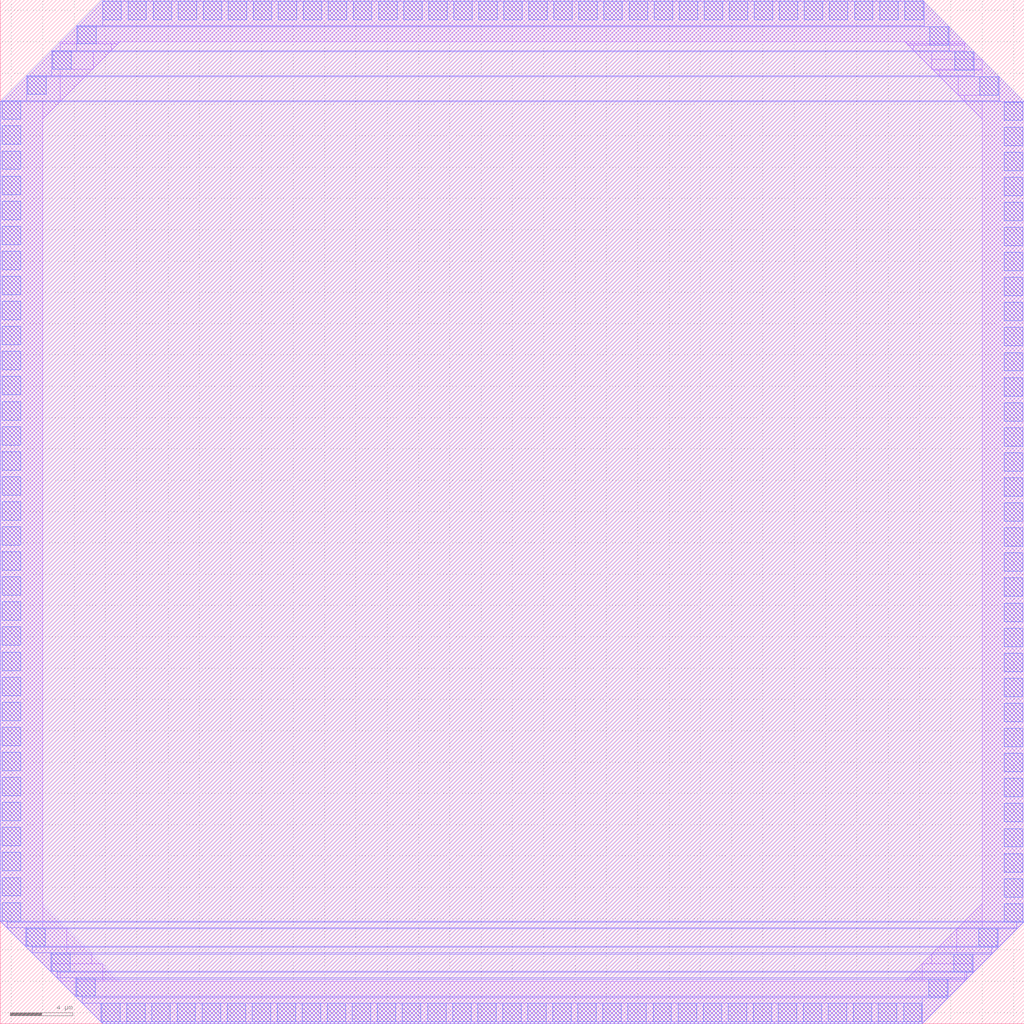
<source format=lef>
# Copyright 2020 The SkyWater PDK Authors
#
# Licensed under the Apache License, Version 2.0 (the "License");
# you may not use this file except in compliance with the License.
# You may obtain a copy of the License at
#
#     https://www.apache.org/licenses/LICENSE-2.0
#
# Unless required by applicable law or agreed to in writing, software
# distributed under the License is distributed on an "AS IS" BASIS,
# WITHOUT WARRANTIES OR CONDITIONS OF ANY KIND, either express or implied.
# See the License for the specific language governing permissions and
# limitations under the License.
#
# SPDX-License-Identifier: Apache-2.0

VERSION 5.7 ;
  NOWIREEXTENSIONATPIN ON ;
  DIVIDERCHAR "/" ;
  BUSBITCHARS "[]" ;
MACRO sky130_fd_pr__padplhp__example_179573804
  CLASS BLOCK ;
  FOREIGN sky130_fd_pr__padplhp__example_179573804 ;
  ORIGIN  2.700000  2.700000 ;
  SIZE  65.40000 BY  65.40000 ;
  OBS
    LAYER met4 ;
      POLYGON -2.700000  3.830000 -2.280000  3.830000 -2.280000  3.410000 ;
      POLYGON -2.690000 56.180000 -2.690000 56.170000 -2.700000 56.170000 ;
      POLYGON -2.645000 56.225000 -2.645000 56.180000 -2.690000 56.180000 ;
      POLYGON -2.280000  3.410000 -1.100000  3.410000 -1.100000  2.230000 ;
      POLYGON -1.100000  2.230000 -0.680000  2.230000 -0.680000  1.810000 ;
      POLYGON -1.030000 57.840000 -1.030000 56.225000 -2.645000 56.225000 ;
      POLYGON -0.680000  1.810000  0.500000  1.810000  0.500000  0.630000 ;
      POLYGON  0.000000  4.950000  1.540000  3.410000  0.000000  3.410000 ;
      POLYGON  0.000000 56.180000  1.130000 56.180000  0.000000 55.050000 ;
      POLYGON  0.500000  0.630000  1.130000  0.630000  1.130000  0.000000 ;
      POLYGON  0.570000 59.440000  0.570000 57.840000 -1.030000 57.840000 ;
      POLYGON  1.130000  0.000000  2.100000  0.000000  2.100000 -0.970000 ;
      POLYGON  1.130000 58.260000  3.210000 58.260000  1.130000 56.180000 ;
      POLYGON  1.130000 60.000000  1.130000 59.440000  0.570000 59.440000 ;
      POLYGON  1.540000  3.410000  3.140000  1.810000  1.540000  1.810000 ;
      POLYGON  2.100000 -0.970000  2.530000 -0.970000  2.530000 -1.400000 ;
      POLYGON  2.170000 61.040000  2.170000 60.000000  1.130000 60.000000 ;
      POLYGON  2.530000 -1.400000  3.710000 -1.400000  3.710000 -2.580000 ;
      POLYGON  3.140000  1.810000  3.820000  1.130000  3.140000  1.130000 ;
      POLYGON  3.210000 59.440000  4.390000 59.440000  3.210000 58.260000 ;
      POLYGON  3.710000 -2.580000  3.830000 -2.580000  3.830000 -2.700000 ;
      POLYGON  3.820000  1.130000  4.950000  0.000000  3.820000  0.000000 ;
      POLYGON  3.830000 62.700000  3.830000 61.040000  2.170000 61.040000 ;
      POLYGON  4.390000 59.860000  4.810000 59.860000  4.390000 59.440000 ;
      POLYGON  4.810000 60.000000  4.950000 60.000000  4.810000 59.860000 ;
      POLYGON 55.050000 60.000000 55.190000 60.000000 55.190000 59.860000 ;
      POLYGON 55.190000 59.860000 55.260000 59.860000 55.260000 59.790000 ;
      POLYGON 55.260000 59.790000 55.610000 59.790000 55.610000 59.440000 ;
      POLYGON 55.610000 59.440000 55.680000 59.440000 55.680000 59.370000 ;
      POLYGON 55.680000 59.370000 56.790000 59.370000 56.790000 58.260000 ;
      POLYGON 56.170000 -1.040000 57.830000 -1.040000 56.170000 -2.700000 ;
      POLYGON 56.170000 62.700000 56.290000 62.580000 56.170000 62.580000 ;
      POLYGON 56.180000  1.130000 56.180000  0.000000 55.050000  0.000000 ;
      POLYGON 56.290000 62.580000 57.900000 60.970000 56.290000 60.970000 ;
      POLYGON 56.790000  1.740000 56.790000  1.130000 56.180000  1.130000 ;
      POLYGON 56.790000 58.260000 56.860000 58.260000 56.860000 58.190000 ;
      POLYGON 56.860000  1.810000 56.860000  1.740000 56.790000  1.740000 ;
      POLYGON 56.860000 58.190000 57.280000 58.190000 57.280000 57.770000 ;
      POLYGON 57.280000 57.770000 58.460000 57.770000 58.460000 56.590000 ;
      POLYGON 57.830000  0.000000 58.870000  0.000000 57.830000 -1.040000 ;
      POLYGON 57.900000 60.970000 58.870000 60.000000 57.900000 60.000000 ;
      POLYGON 58.390000  3.340000 58.390000  1.810000 56.860000  1.810000 ;
      POLYGON 58.460000  3.410000 58.460000  3.340000 58.390000  3.340000 ;
      POLYGON 58.460000 56.590000 58.870000 56.590000 58.870000 56.180000 ;
      POLYGON 58.870000  0.560000 59.430000  0.560000 58.870000  0.000000 ;
      POLYGON 58.870000 56.180000 60.000000 56.180000 60.000000 55.050000 ;
      POLYGON 58.870000 60.000000 59.500000 59.370000 58.870000 59.370000 ;
      POLYGON 59.430000  1.740000 60.610000  1.740000 59.430000  0.560000 ;
      POLYGON 59.500000 59.370000 60.000000 58.870000 59.500000 58.870000 ;
      POLYGON 60.000000  4.950000 60.000000  3.410000 58.460000  3.410000 ;
      POLYGON 60.000000 58.870000 61.100000 57.770000 60.000000 57.770000 ;
      POLYGON 60.610000  2.160000 61.030000  2.160000 60.610000  1.740000 ;
      POLYGON 61.030000  3.340000 62.210000  3.340000 61.030000  2.160000 ;
      POLYGON 61.100000 57.770000 62.700000 56.170000 61.100000 56.170000 ;
      POLYGON 62.210000  3.775000 62.645000  3.775000 62.210000  3.340000 ;
      POLYGON 62.645000  3.830000 62.700000  3.830000 62.645000  3.775000 ;
      RECT -2.700000  3.830000  0.000000 56.170000 ;
      RECT -2.690000 56.170000  0.000000 56.180000 ;
      RECT -2.645000 56.180000  1.130000 56.225000 ;
      RECT -2.280000  3.410000  0.000000  3.830000 ;
      RECT -1.100000  2.230000  1.540000  3.410000 ;
      RECT -1.030000 56.225000  1.130000 57.840000 ;
      RECT -0.680000  1.810000  1.540000  2.230000 ;
      RECT  0.500000  0.630000  3.820000  1.130000 ;
      RECT  0.500000  1.130000  3.140000  1.810000 ;
      RECT  0.570000 57.840000  1.130000 58.260000 ;
      RECT  0.570000 58.260000  3.210000 59.440000 ;
      RECT  1.130000  0.000000  3.820000  0.630000 ;
      RECT  1.130000 59.440000  4.390000 59.860000 ;
      RECT  1.130000 59.860000  4.810000 60.000000 ;
      RECT  2.100000 -0.970000 57.830000  0.000000 ;
      RECT  2.170000 60.000000 57.900000 60.970000 ;
      RECT  2.170000 60.970000 56.290000 61.040000 ;
      RECT  2.530000 -1.400000 56.170000 -1.040000 ;
      RECT  2.530000 -1.040000 57.830000 -0.970000 ;
      RECT  3.710000 -2.580000 56.170000 -1.400000 ;
      RECT  3.830000 -2.700000 56.170000 -2.580000 ;
      RECT  3.830000 61.040000 56.290000 62.580000 ;
      RECT  3.830000 62.580000 56.170000 62.700000 ;
      RECT 55.190000 59.860000 58.870000 60.000000 ;
      RECT 55.260000 59.790000 58.870000 59.860000 ;
      RECT 55.610000 59.440000 58.870000 59.790000 ;
      RECT 55.680000 59.370000 58.870000 59.440000 ;
      RECT 56.180000  0.000000 58.870000  0.560000 ;
      RECT 56.180000  0.560000 59.430000  1.130000 ;
      RECT 56.790000  1.130000 59.430000  1.740000 ;
      RECT 56.790000 58.260000 60.000000 58.870000 ;
      RECT 56.790000 58.870000 59.500000 59.370000 ;
      RECT 56.860000  1.740000 60.610000  1.810000 ;
      RECT 56.860000 58.190000 60.000000 58.260000 ;
      RECT 57.280000 57.770000 60.000000 58.190000 ;
      RECT 58.390000  1.810000 60.610000  2.160000 ;
      RECT 58.390000  2.160000 61.030000  3.340000 ;
      RECT 58.460000  3.340000 62.210000  3.410000 ;
      RECT 58.460000 56.590000 61.100000 57.770000 ;
      RECT 58.870000 56.180000 61.100000 56.590000 ;
      RECT 60.000000  3.410000 62.210000  3.775000 ;
      RECT 60.000000  3.775000 62.645000  3.830000 ;
      RECT 60.000000  3.830000 62.700000 56.170000 ;
      RECT 60.000000 56.170000 61.100000 56.180000 ;
    LAYER met5 ;
      POLYGON -2.700000  3.830000 -2.280000  3.830000 -2.280000  3.410000 ;
      POLYGON -2.645000 56.225000 -2.645000 56.170000 -2.700000 56.170000 ;
      POLYGON -2.280000  3.410000 -1.100000  3.410000 -1.100000  2.230000 ;
      POLYGON -1.100000  2.230000 -0.680000  2.230000 -0.680000  1.810000 ;
      POLYGON -1.030000 57.840000 -1.030000 56.225000 -2.645000 56.225000 ;
      POLYGON -0.680000  1.810000  0.500000  1.810000  0.500000  0.630000 ;
      POLYGON  0.500000  0.630000  0.920000  0.630000  0.920000  0.210000 ;
      POLYGON  0.570000 59.440000  0.570000 57.840000 -1.030000 57.840000 ;
      POLYGON  0.920000  0.210000  2.100000  0.210000  2.100000 -0.970000 ;
      POLYGON  2.100000 -0.970000  2.530000 -0.970000  2.530000 -1.400000 ;
      POLYGON  2.170000 61.040000  2.170000 59.440000  0.570000 59.440000 ;
      POLYGON  2.530000 -1.400000  3.710000 -1.400000  3.710000 -2.580000 ;
      POLYGON  3.710000 -2.580000  3.830000 -2.580000  3.830000 -2.700000 ;
      POLYGON  3.830000 62.700000  3.830000 61.040000  2.170000 61.040000 ;
      POLYGON 56.170000 -1.040000 57.830000 -1.040000 56.170000 -2.700000 ;
      POLYGON 56.170000 62.700000 56.290000 62.580000 56.170000 62.580000 ;
      POLYGON 56.290000 62.580000 57.900000 60.970000 56.290000 60.970000 ;
      POLYGON 57.830000  0.140000 59.010000  0.140000 57.830000 -1.040000 ;
      POLYGON 57.900000 60.970000 59.500000 59.370000 57.900000 59.370000 ;
      POLYGON 59.010000  0.560000 59.430000  0.560000 59.010000  0.140000 ;
      POLYGON 59.430000  1.740000 60.610000  1.740000 59.430000  0.560000 ;
      POLYGON 59.500000 59.370000 61.100000 57.770000 59.500000 57.770000 ;
      POLYGON 60.610000  2.160000 61.030000  2.160000 60.610000  1.740000 ;
      POLYGON 61.030000  3.340000 62.210000  3.340000 61.030000  2.160000 ;
      POLYGON 61.100000 57.770000 62.700000 56.170000 61.100000 56.170000 ;
      POLYGON 62.210000  3.775000 62.645000  3.775000 62.210000  3.340000 ;
      POLYGON 62.645000  3.830000 62.700000  3.830000 62.645000  3.775000 ;
      RECT -2.700000  3.830000 62.700000 56.170000 ;
      RECT -2.645000 56.170000 61.100000 56.225000 ;
      RECT -2.280000  3.410000 62.210000  3.775000 ;
      RECT -2.280000  3.775000 62.645000  3.830000 ;
      RECT -1.100000  2.230000 61.030000  3.340000 ;
      RECT -1.100000  3.340000 62.210000  3.410000 ;
      RECT -1.030000 56.225000 61.100000 57.770000 ;
      RECT -1.030000 57.770000 59.500000 57.840000 ;
      RECT -0.680000  1.810000 60.610000  2.160000 ;
      RECT -0.680000  2.160000 61.030000  2.230000 ;
      RECT  0.500000  0.630000 59.430000  1.740000 ;
      RECT  0.500000  1.740000 60.610000  1.810000 ;
      RECT  0.570000 57.840000 59.500000 59.370000 ;
      RECT  0.570000 59.370000 57.900000 59.440000 ;
      RECT  0.920000  0.210000 59.010000  0.560000 ;
      RECT  0.920000  0.560000 59.430000  0.630000 ;
      RECT  2.100000 -0.970000 57.830000  0.140000 ;
      RECT  2.100000  0.140000 59.010000  0.210000 ;
      RECT  2.170000 59.440000 57.900000 60.970000 ;
      RECT  2.170000 60.970000 56.290000 61.040000 ;
      RECT  2.530000 -1.400000 56.170000 -1.040000 ;
      RECT  2.530000 -1.040000 57.830000 -0.970000 ;
      RECT  3.710000 -2.580000 56.170000 -1.400000 ;
      RECT  3.830000 -2.700000 56.170000 -2.580000 ;
      RECT  3.830000 61.040000 56.290000 62.580000 ;
      RECT  3.830000 62.580000 56.170000 62.700000 ;
    LAYER via4 ;
      RECT -2.580000  3.845000 -1.400000  5.025000 ;
      RECT -2.580000  5.445000 -1.400000  6.625000 ;
      RECT -2.580000  7.045000 -1.400000  8.225000 ;
      RECT -2.580000  8.645000 -1.400000  9.825000 ;
      RECT -2.580000 10.245000 -1.400000 11.425000 ;
      RECT -2.580000 11.845000 -1.400000 13.025000 ;
      RECT -2.580000 13.445000 -1.400000 14.625000 ;
      RECT -2.580000 15.045000 -1.400000 16.225000 ;
      RECT -2.580000 16.645000 -1.400000 17.825000 ;
      RECT -2.580000 18.245000 -1.400000 19.425000 ;
      RECT -2.580000 19.845000 -1.400000 21.025000 ;
      RECT -2.580000 21.445000 -1.400000 22.625000 ;
      RECT -2.580000 23.045000 -1.400000 24.225000 ;
      RECT -2.580000 24.645000 -1.400000 25.825000 ;
      RECT -2.580000 26.245000 -1.400000 27.425000 ;
      RECT -2.580000 27.845000 -1.400000 29.025000 ;
      RECT -2.580000 29.445000 -1.400000 30.625000 ;
      RECT -2.580000 31.045000 -1.400000 32.225000 ;
      RECT -2.580000 32.645000 -1.400000 33.825000 ;
      RECT -2.580000 34.245000 -1.400000 35.425000 ;
      RECT -2.580000 35.845000 -1.400000 37.025000 ;
      RECT -2.580000 37.445000 -1.400000 38.625000 ;
      RECT -2.580000 39.045000 -1.400000 40.225000 ;
      RECT -2.580000 40.645000 -1.400000 41.825000 ;
      RECT -2.580000 42.245000 -1.400000 43.425000 ;
      RECT -2.580000 43.845000 -1.400000 45.025000 ;
      RECT -2.580000 45.445000 -1.400000 46.625000 ;
      RECT -2.580000 47.045000 -1.400000 48.225000 ;
      RECT -2.580000 48.645000 -1.400000 49.825000 ;
      RECT -2.580000 50.245000 -1.400000 51.425000 ;
      RECT -2.580000 51.845000 -1.400000 53.025000 ;
      RECT -2.580000 53.445000 -1.400000 54.625000 ;
      RECT -2.580000 55.045000 -1.400000 56.225000 ;
      RECT -1.035000  2.230000  0.145000  3.410000 ;
      RECT -0.965000 56.660000  0.215000 57.840000 ;
      RECT  0.565000  0.630000  1.745000  1.810000 ;
      RECT  0.635000 58.260000  1.815000 59.440000 ;
      RECT  2.165000 -0.970000  3.345000  0.210000 ;
      RECT  2.235000 59.860000  3.415000 61.040000 ;
      RECT  3.775000 -2.580000  4.955000 -1.400000 ;
      RECT  3.845000 61.400000  5.025000 62.580000 ;
      RECT  5.375000 -2.580000  6.555000 -1.400000 ;
      RECT  5.445000 61.400000  6.625000 62.580000 ;
      RECT  6.975000 -2.580000  8.155000 -1.400000 ;
      RECT  7.045000 61.400000  8.225000 62.580000 ;
      RECT  8.575000 -2.580000  9.755000 -1.400000 ;
      RECT  8.645000 61.400000  9.825000 62.580000 ;
      RECT 10.175000 -2.580000 11.355000 -1.400000 ;
      RECT 10.245000 61.400000 11.425000 62.580000 ;
      RECT 11.775000 -2.580000 12.955000 -1.400000 ;
      RECT 11.845000 61.400000 13.025000 62.580000 ;
      RECT 13.375000 -2.580000 14.555000 -1.400000 ;
      RECT 13.445000 61.400000 14.625000 62.580000 ;
      RECT 14.975000 -2.580000 16.155000 -1.400000 ;
      RECT 15.045000 61.400000 16.225000 62.580000 ;
      RECT 16.575000 -2.580000 17.755000 -1.400000 ;
      RECT 16.645000 61.400000 17.825000 62.580000 ;
      RECT 18.175000 -2.580000 19.355000 -1.400000 ;
      RECT 18.245000 61.400000 19.425000 62.580000 ;
      RECT 19.775000 -2.580000 20.955000 -1.400000 ;
      RECT 19.845000 61.400000 21.025000 62.580000 ;
      RECT 21.375000 -2.580000 22.555000 -1.400000 ;
      RECT 21.445000 61.400000 22.625000 62.580000 ;
      RECT 22.975000 -2.580000 24.155000 -1.400000 ;
      RECT 23.045000 61.400000 24.225000 62.580000 ;
      RECT 24.575000 -2.580000 25.755000 -1.400000 ;
      RECT 24.645000 61.400000 25.825000 62.580000 ;
      RECT 26.175000 -2.580000 27.355000 -1.400000 ;
      RECT 26.245000 61.400000 27.425000 62.580000 ;
      RECT 27.775000 -2.580000 28.955000 -1.400000 ;
      RECT 27.845000 61.400000 29.025000 62.580000 ;
      RECT 29.375000 -2.580000 30.555000 -1.400000 ;
      RECT 29.445000 61.400000 30.625000 62.580000 ;
      RECT 30.975000 -2.580000 32.155000 -1.400000 ;
      RECT 31.045000 61.400000 32.225000 62.580000 ;
      RECT 32.575000 -2.580000 33.755000 -1.400000 ;
      RECT 32.645000 61.400000 33.825000 62.580000 ;
      RECT 34.175000 -2.580000 35.355000 -1.400000 ;
      RECT 34.245000 61.400000 35.425000 62.580000 ;
      RECT 35.775000 -2.580000 36.955000 -1.400000 ;
      RECT 35.845000 61.400000 37.025000 62.580000 ;
      RECT 37.375000 -2.580000 38.555000 -1.400000 ;
      RECT 37.445000 61.400000 38.625000 62.580000 ;
      RECT 38.975000 -2.580000 40.155000 -1.400000 ;
      RECT 39.045000 61.400000 40.225000 62.580000 ;
      RECT 40.575000 -2.580000 41.755000 -1.400000 ;
      RECT 40.645000 61.400000 41.825000 62.580000 ;
      RECT 42.175000 -2.580000 43.355000 -1.400000 ;
      RECT 42.245000 61.400000 43.425000 62.580000 ;
      RECT 43.775000 -2.580000 44.955000 -1.400000 ;
      RECT 43.845000 61.400000 45.025000 62.580000 ;
      RECT 45.375000 -2.580000 46.555000 -1.400000 ;
      RECT 45.445000 61.400000 46.625000 62.580000 ;
      RECT 46.975000 -2.580000 48.155000 -1.400000 ;
      RECT 47.045000 61.400000 48.225000 62.580000 ;
      RECT 48.575000 -2.580000 49.755000 -1.400000 ;
      RECT 48.645000 61.400000 49.825000 62.580000 ;
      RECT 50.175000 -2.580000 51.355000 -1.400000 ;
      RECT 50.245000 61.400000 51.425000 62.580000 ;
      RECT 51.775000 -2.580000 52.955000 -1.400000 ;
      RECT 51.845000 61.400000 53.025000 62.580000 ;
      RECT 53.375000 -2.580000 54.555000 -1.400000 ;
      RECT 53.445000 61.400000 54.625000 62.580000 ;
      RECT 54.975000 -2.580000 56.155000 -1.400000 ;
      RECT 55.045000 61.400000 56.225000 62.580000 ;
      RECT 56.585000 -1.040000 57.765000  0.140000 ;
      RECT 56.655000 59.790000 57.835000 60.970000 ;
      RECT 58.185000  0.560000 59.365000  1.740000 ;
      RECT 58.255000 58.190000 59.435000 59.370000 ;
      RECT 59.785000  2.160000 60.965000  3.340000 ;
      RECT 59.855000 56.590000 61.035000 57.770000 ;
      RECT 61.400000  3.775000 62.580000  4.955000 ;
      RECT 61.400000  5.375000 62.580000  6.555000 ;
      RECT 61.400000  6.975000 62.580000  8.155000 ;
      RECT 61.400000  8.575000 62.580000  9.755000 ;
      RECT 61.400000 10.175000 62.580000 11.355000 ;
      RECT 61.400000 11.775000 62.580000 12.955000 ;
      RECT 61.400000 13.375000 62.580000 14.555000 ;
      RECT 61.400000 14.975000 62.580000 16.155000 ;
      RECT 61.400000 16.575000 62.580000 17.755000 ;
      RECT 61.400000 18.175000 62.580000 19.355000 ;
      RECT 61.400000 19.775000 62.580000 20.955000 ;
      RECT 61.400000 21.375000 62.580000 22.555000 ;
      RECT 61.400000 22.975000 62.580000 24.155000 ;
      RECT 61.400000 24.575000 62.580000 25.755000 ;
      RECT 61.400000 26.175000 62.580000 27.355000 ;
      RECT 61.400000 27.775000 62.580000 28.955000 ;
      RECT 61.400000 29.375000 62.580000 30.555000 ;
      RECT 61.400000 30.975000 62.580000 32.155000 ;
      RECT 61.400000 32.575000 62.580000 33.755000 ;
      RECT 61.400000 34.175000 62.580000 35.355000 ;
      RECT 61.400000 35.775000 62.580000 36.955000 ;
      RECT 61.400000 37.375000 62.580000 38.555000 ;
      RECT 61.400000 38.975000 62.580000 40.155000 ;
      RECT 61.400000 40.575000 62.580000 41.755000 ;
      RECT 61.400000 42.175000 62.580000 43.355000 ;
      RECT 61.400000 43.775000 62.580000 44.955000 ;
      RECT 61.400000 45.375000 62.580000 46.555000 ;
      RECT 61.400000 46.975000 62.580000 48.155000 ;
      RECT 61.400000 48.575000 62.580000 49.755000 ;
      RECT 61.400000 50.175000 62.580000 51.355000 ;
      RECT 61.400000 51.775000 62.580000 52.955000 ;
      RECT 61.400000 53.375000 62.580000 54.555000 ;
      RECT 61.400000 54.975000 62.580000 56.155000 ;
  END
END sky130_fd_pr__padplhp__example_179573804
END LIBRARY

</source>
